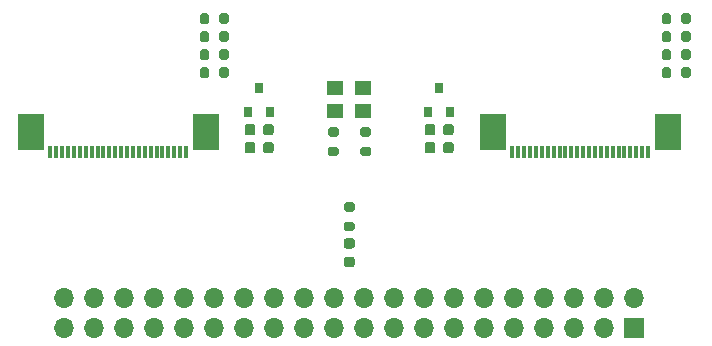
<source format=gbr>
%TF.GenerationSoftware,KiCad,Pcbnew,(5.1.8)-1*%
%TF.CreationDate,2020-12-05T14:41:01+08:00*%
%TF.ProjectId,DoubleCam,446f7562-6c65-4436-916d-2e6b69636164,rev?*%
%TF.SameCoordinates,Original*%
%TF.FileFunction,Soldermask,Top*%
%TF.FilePolarity,Negative*%
%FSLAX46Y46*%
G04 Gerber Fmt 4.6, Leading zero omitted, Abs format (unit mm)*
G04 Created by KiCad (PCBNEW (5.1.8)-1) date 2020-12-05 14:41:01*
%MOMM*%
%LPD*%
G01*
G04 APERTURE LIST*
%ADD10O,1.700000X1.700000*%
%ADD11R,1.700000X1.700000*%
%ADD12R,1.400000X1.200000*%
%ADD13R,0.800000X0.900000*%
%ADD14R,2.300000X3.100000*%
%ADD15R,0.300000X1.100000*%
G04 APERTURE END LIST*
D10*
%TO.C,J3*%
X140970000Y-92964000D03*
X140970000Y-95504000D03*
X143510000Y-92964000D03*
X143510000Y-95504000D03*
X146050000Y-92964000D03*
X146050000Y-95504000D03*
X148590000Y-92964000D03*
X148590000Y-95504000D03*
X151130000Y-92964000D03*
X151130000Y-95504000D03*
X153670000Y-92964000D03*
X153670000Y-95504000D03*
X156210000Y-92964000D03*
X156210000Y-95504000D03*
X158750000Y-92964000D03*
X158750000Y-95504000D03*
X161290000Y-92964000D03*
X161290000Y-95504000D03*
X163830000Y-92964000D03*
X163830000Y-95504000D03*
X166370000Y-92964000D03*
X166370000Y-95504000D03*
X168910000Y-92964000D03*
X168910000Y-95504000D03*
X171450000Y-92964000D03*
X171450000Y-95504000D03*
X173990000Y-92964000D03*
X173990000Y-95504000D03*
X176530000Y-92964000D03*
X176530000Y-95504000D03*
X179070000Y-92964000D03*
X179070000Y-95504000D03*
X181610000Y-92964000D03*
X181610000Y-95504000D03*
X184150000Y-92964000D03*
X184150000Y-95504000D03*
X186690000Y-92964000D03*
X186690000Y-95504000D03*
X189230000Y-92964000D03*
D11*
X189230000Y-95504000D03*
%TD*%
%TO.C,C4*%
G36*
G01*
X172395000Y-78490000D02*
X172395000Y-78990000D01*
G75*
G02*
X172170000Y-79215000I-225000J0D01*
G01*
X171720000Y-79215000D01*
G75*
G02*
X171495000Y-78990000I0J225000D01*
G01*
X171495000Y-78490000D01*
G75*
G02*
X171720000Y-78265000I225000J0D01*
G01*
X172170000Y-78265000D01*
G75*
G02*
X172395000Y-78490000I0J-225000D01*
G01*
G37*
G36*
G01*
X173945000Y-78490000D02*
X173945000Y-78990000D01*
G75*
G02*
X173720000Y-79215000I-225000J0D01*
G01*
X173270000Y-79215000D01*
G75*
G02*
X173045000Y-78990000I0J225000D01*
G01*
X173045000Y-78490000D01*
G75*
G02*
X173270000Y-78265000I225000J0D01*
G01*
X173720000Y-78265000D01*
G75*
G02*
X173945000Y-78490000I0J-225000D01*
G01*
G37*
%TD*%
%TO.C,C3*%
G36*
G01*
X172395000Y-80014000D02*
X172395000Y-80514000D01*
G75*
G02*
X172170000Y-80739000I-225000J0D01*
G01*
X171720000Y-80739000D01*
G75*
G02*
X171495000Y-80514000I0J225000D01*
G01*
X171495000Y-80014000D01*
G75*
G02*
X171720000Y-79789000I225000J0D01*
G01*
X172170000Y-79789000D01*
G75*
G02*
X172395000Y-80014000I0J-225000D01*
G01*
G37*
G36*
G01*
X173945000Y-80014000D02*
X173945000Y-80514000D01*
G75*
G02*
X173720000Y-80739000I-225000J0D01*
G01*
X173270000Y-80739000D01*
G75*
G02*
X173045000Y-80514000I0J225000D01*
G01*
X173045000Y-80014000D01*
G75*
G02*
X173270000Y-79789000I225000J0D01*
G01*
X173720000Y-79789000D01*
G75*
G02*
X173945000Y-80014000I0J-225000D01*
G01*
G37*
%TD*%
%TO.C,C2*%
G36*
G01*
X157155000Y-78490000D02*
X157155000Y-78990000D01*
G75*
G02*
X156930000Y-79215000I-225000J0D01*
G01*
X156480000Y-79215000D01*
G75*
G02*
X156255000Y-78990000I0J225000D01*
G01*
X156255000Y-78490000D01*
G75*
G02*
X156480000Y-78265000I225000J0D01*
G01*
X156930000Y-78265000D01*
G75*
G02*
X157155000Y-78490000I0J-225000D01*
G01*
G37*
G36*
G01*
X158705000Y-78490000D02*
X158705000Y-78990000D01*
G75*
G02*
X158480000Y-79215000I-225000J0D01*
G01*
X158030000Y-79215000D01*
G75*
G02*
X157805000Y-78990000I0J225000D01*
G01*
X157805000Y-78490000D01*
G75*
G02*
X158030000Y-78265000I225000J0D01*
G01*
X158480000Y-78265000D01*
G75*
G02*
X158705000Y-78490000I0J-225000D01*
G01*
G37*
%TD*%
%TO.C,C1*%
G36*
G01*
X157155000Y-80014000D02*
X157155000Y-80514000D01*
G75*
G02*
X156930000Y-80739000I-225000J0D01*
G01*
X156480000Y-80739000D01*
G75*
G02*
X156255000Y-80514000I0J225000D01*
G01*
X156255000Y-80014000D01*
G75*
G02*
X156480000Y-79789000I225000J0D01*
G01*
X156930000Y-79789000D01*
G75*
G02*
X157155000Y-80014000I0J-225000D01*
G01*
G37*
G36*
G01*
X158705000Y-80014000D02*
X158705000Y-80514000D01*
G75*
G02*
X158480000Y-80739000I-225000J0D01*
G01*
X158030000Y-80739000D01*
G75*
G02*
X157805000Y-80514000I0J225000D01*
G01*
X157805000Y-80014000D01*
G75*
G02*
X158030000Y-79789000I225000J0D01*
G01*
X158480000Y-79789000D01*
G75*
G02*
X158705000Y-80014000I0J-225000D01*
G01*
G37*
%TD*%
D12*
%TO.C,X1*%
X166300000Y-77150000D03*
X163900000Y-77150000D03*
X163900000Y-75250000D03*
X166300000Y-75250000D03*
%TD*%
D13*
%TO.C,U2*%
X172720000Y-75200000D03*
X173670000Y-77200000D03*
X171770000Y-77200000D03*
%TD*%
%TO.C,R11*%
G36*
G01*
X164025000Y-79325000D02*
X163475000Y-79325000D01*
G75*
G02*
X163275000Y-79125000I0J200000D01*
G01*
X163275000Y-78725000D01*
G75*
G02*
X163475000Y-78525000I200000J0D01*
G01*
X164025000Y-78525000D01*
G75*
G02*
X164225000Y-78725000I0J-200000D01*
G01*
X164225000Y-79125000D01*
G75*
G02*
X164025000Y-79325000I-200000J0D01*
G01*
G37*
G36*
G01*
X164025000Y-80975000D02*
X163475000Y-80975000D01*
G75*
G02*
X163275000Y-80775000I0J200000D01*
G01*
X163275000Y-80375000D01*
G75*
G02*
X163475000Y-80175000I200000J0D01*
G01*
X164025000Y-80175000D01*
G75*
G02*
X164225000Y-80375000I0J-200000D01*
G01*
X164225000Y-80775000D01*
G75*
G02*
X164025000Y-80975000I-200000J0D01*
G01*
G37*
%TD*%
%TO.C,R10*%
G36*
G01*
X166775000Y-79331000D02*
X166225000Y-79331000D01*
G75*
G02*
X166025000Y-79131000I0J200000D01*
G01*
X166025000Y-78731000D01*
G75*
G02*
X166225000Y-78531000I200000J0D01*
G01*
X166775000Y-78531000D01*
G75*
G02*
X166975000Y-78731000I0J-200000D01*
G01*
X166975000Y-79131000D01*
G75*
G02*
X166775000Y-79331000I-200000J0D01*
G01*
G37*
G36*
G01*
X166775000Y-80981000D02*
X166225000Y-80981000D01*
G75*
G02*
X166025000Y-80781000I0J200000D01*
G01*
X166025000Y-80381000D01*
G75*
G02*
X166225000Y-80181000I200000J0D01*
G01*
X166775000Y-80181000D01*
G75*
G02*
X166975000Y-80381000I0J-200000D01*
G01*
X166975000Y-80781000D01*
G75*
G02*
X166775000Y-80981000I-200000J0D01*
G01*
G37*
%TD*%
%TO.C,R9*%
G36*
G01*
X164825000Y-86531000D02*
X165375000Y-86531000D01*
G75*
G02*
X165575000Y-86731000I0J-200000D01*
G01*
X165575000Y-87131000D01*
G75*
G02*
X165375000Y-87331000I-200000J0D01*
G01*
X164825000Y-87331000D01*
G75*
G02*
X164625000Y-87131000I0J200000D01*
G01*
X164625000Y-86731000D01*
G75*
G02*
X164825000Y-86531000I200000J0D01*
G01*
G37*
G36*
G01*
X164825000Y-84881000D02*
X165375000Y-84881000D01*
G75*
G02*
X165575000Y-85081000I0J-200000D01*
G01*
X165575000Y-85481000D01*
G75*
G02*
X165375000Y-85681000I-200000J0D01*
G01*
X164825000Y-85681000D01*
G75*
G02*
X164625000Y-85481000I0J200000D01*
G01*
X164625000Y-85081000D01*
G75*
G02*
X164825000Y-84881000I200000J0D01*
G01*
G37*
%TD*%
%TO.C,R8*%
G36*
G01*
X154095000Y-69617000D02*
X154095000Y-69067000D01*
G75*
G02*
X154295000Y-68867000I200000J0D01*
G01*
X154695000Y-68867000D01*
G75*
G02*
X154895000Y-69067000I0J-200000D01*
G01*
X154895000Y-69617000D01*
G75*
G02*
X154695000Y-69817000I-200000J0D01*
G01*
X154295000Y-69817000D01*
G75*
G02*
X154095000Y-69617000I0J200000D01*
G01*
G37*
G36*
G01*
X152445000Y-69617000D02*
X152445000Y-69067000D01*
G75*
G02*
X152645000Y-68867000I200000J0D01*
G01*
X153045000Y-68867000D01*
G75*
G02*
X153245000Y-69067000I0J-200000D01*
G01*
X153245000Y-69617000D01*
G75*
G02*
X153045000Y-69817000I-200000J0D01*
G01*
X152645000Y-69817000D01*
G75*
G02*
X152445000Y-69617000I0J200000D01*
G01*
G37*
%TD*%
%TO.C,R7*%
G36*
G01*
X153245000Y-70591000D02*
X153245000Y-71141000D01*
G75*
G02*
X153045000Y-71341000I-200000J0D01*
G01*
X152645000Y-71341000D01*
G75*
G02*
X152445000Y-71141000I0J200000D01*
G01*
X152445000Y-70591000D01*
G75*
G02*
X152645000Y-70391000I200000J0D01*
G01*
X153045000Y-70391000D01*
G75*
G02*
X153245000Y-70591000I0J-200000D01*
G01*
G37*
G36*
G01*
X154895000Y-70591000D02*
X154895000Y-71141000D01*
G75*
G02*
X154695000Y-71341000I-200000J0D01*
G01*
X154295000Y-71341000D01*
G75*
G02*
X154095000Y-71141000I0J200000D01*
G01*
X154095000Y-70591000D01*
G75*
G02*
X154295000Y-70391000I200000J0D01*
G01*
X154695000Y-70391000D01*
G75*
G02*
X154895000Y-70591000I0J-200000D01*
G01*
G37*
%TD*%
%TO.C,R6*%
G36*
G01*
X153245000Y-72115000D02*
X153245000Y-72665000D01*
G75*
G02*
X153045000Y-72865000I-200000J0D01*
G01*
X152645000Y-72865000D01*
G75*
G02*
X152445000Y-72665000I0J200000D01*
G01*
X152445000Y-72115000D01*
G75*
G02*
X152645000Y-71915000I200000J0D01*
G01*
X153045000Y-71915000D01*
G75*
G02*
X153245000Y-72115000I0J-200000D01*
G01*
G37*
G36*
G01*
X154895000Y-72115000D02*
X154895000Y-72665000D01*
G75*
G02*
X154695000Y-72865000I-200000J0D01*
G01*
X154295000Y-72865000D01*
G75*
G02*
X154095000Y-72665000I0J200000D01*
G01*
X154095000Y-72115000D01*
G75*
G02*
X154295000Y-71915000I200000J0D01*
G01*
X154695000Y-71915000D01*
G75*
G02*
X154895000Y-72115000I0J-200000D01*
G01*
G37*
%TD*%
%TO.C,R5*%
G36*
G01*
X153245000Y-73639000D02*
X153245000Y-74189000D01*
G75*
G02*
X153045000Y-74389000I-200000J0D01*
G01*
X152645000Y-74389000D01*
G75*
G02*
X152445000Y-74189000I0J200000D01*
G01*
X152445000Y-73639000D01*
G75*
G02*
X152645000Y-73439000I200000J0D01*
G01*
X153045000Y-73439000D01*
G75*
G02*
X153245000Y-73639000I0J-200000D01*
G01*
G37*
G36*
G01*
X154895000Y-73639000D02*
X154895000Y-74189000D01*
G75*
G02*
X154695000Y-74389000I-200000J0D01*
G01*
X154295000Y-74389000D01*
G75*
G02*
X154095000Y-74189000I0J200000D01*
G01*
X154095000Y-73639000D01*
G75*
G02*
X154295000Y-73439000I200000J0D01*
G01*
X154695000Y-73439000D01*
G75*
G02*
X154895000Y-73639000I0J-200000D01*
G01*
G37*
%TD*%
%TO.C,R4*%
G36*
G01*
X193211000Y-69617000D02*
X193211000Y-69067000D01*
G75*
G02*
X193411000Y-68867000I200000J0D01*
G01*
X193811000Y-68867000D01*
G75*
G02*
X194011000Y-69067000I0J-200000D01*
G01*
X194011000Y-69617000D01*
G75*
G02*
X193811000Y-69817000I-200000J0D01*
G01*
X193411000Y-69817000D01*
G75*
G02*
X193211000Y-69617000I0J200000D01*
G01*
G37*
G36*
G01*
X191561000Y-69617000D02*
X191561000Y-69067000D01*
G75*
G02*
X191761000Y-68867000I200000J0D01*
G01*
X192161000Y-68867000D01*
G75*
G02*
X192361000Y-69067000I0J-200000D01*
G01*
X192361000Y-69617000D01*
G75*
G02*
X192161000Y-69817000I-200000J0D01*
G01*
X191761000Y-69817000D01*
G75*
G02*
X191561000Y-69617000I0J200000D01*
G01*
G37*
%TD*%
%TO.C,R3*%
G36*
G01*
X192361000Y-70591000D02*
X192361000Y-71141000D01*
G75*
G02*
X192161000Y-71341000I-200000J0D01*
G01*
X191761000Y-71341000D01*
G75*
G02*
X191561000Y-71141000I0J200000D01*
G01*
X191561000Y-70591000D01*
G75*
G02*
X191761000Y-70391000I200000J0D01*
G01*
X192161000Y-70391000D01*
G75*
G02*
X192361000Y-70591000I0J-200000D01*
G01*
G37*
G36*
G01*
X194011000Y-70591000D02*
X194011000Y-71141000D01*
G75*
G02*
X193811000Y-71341000I-200000J0D01*
G01*
X193411000Y-71341000D01*
G75*
G02*
X193211000Y-71141000I0J200000D01*
G01*
X193211000Y-70591000D01*
G75*
G02*
X193411000Y-70391000I200000J0D01*
G01*
X193811000Y-70391000D01*
G75*
G02*
X194011000Y-70591000I0J-200000D01*
G01*
G37*
%TD*%
%TO.C,R2*%
G36*
G01*
X192361000Y-72115000D02*
X192361000Y-72665000D01*
G75*
G02*
X192161000Y-72865000I-200000J0D01*
G01*
X191761000Y-72865000D01*
G75*
G02*
X191561000Y-72665000I0J200000D01*
G01*
X191561000Y-72115000D01*
G75*
G02*
X191761000Y-71915000I200000J0D01*
G01*
X192161000Y-71915000D01*
G75*
G02*
X192361000Y-72115000I0J-200000D01*
G01*
G37*
G36*
G01*
X194011000Y-72115000D02*
X194011000Y-72665000D01*
G75*
G02*
X193811000Y-72865000I-200000J0D01*
G01*
X193411000Y-72865000D01*
G75*
G02*
X193211000Y-72665000I0J200000D01*
G01*
X193211000Y-72115000D01*
G75*
G02*
X193411000Y-71915000I200000J0D01*
G01*
X193811000Y-71915000D01*
G75*
G02*
X194011000Y-72115000I0J-200000D01*
G01*
G37*
%TD*%
%TO.C,R1*%
G36*
G01*
X192361000Y-73639000D02*
X192361000Y-74189000D01*
G75*
G02*
X192161000Y-74389000I-200000J0D01*
G01*
X191761000Y-74389000D01*
G75*
G02*
X191561000Y-74189000I0J200000D01*
G01*
X191561000Y-73639000D01*
G75*
G02*
X191761000Y-73439000I200000J0D01*
G01*
X192161000Y-73439000D01*
G75*
G02*
X192361000Y-73639000I0J-200000D01*
G01*
G37*
G36*
G01*
X194011000Y-73639000D02*
X194011000Y-74189000D01*
G75*
G02*
X193811000Y-74389000I-200000J0D01*
G01*
X193411000Y-74389000D01*
G75*
G02*
X193211000Y-74189000I0J200000D01*
G01*
X193211000Y-73639000D01*
G75*
G02*
X193411000Y-73439000I200000J0D01*
G01*
X193811000Y-73439000D01*
G75*
G02*
X194011000Y-73639000I0J-200000D01*
G01*
G37*
%TD*%
D14*
%TO.C,J2*%
X138122000Y-78898000D03*
X152962000Y-78898000D03*
D15*
X139792000Y-80598000D03*
X140292000Y-80598000D03*
X140792000Y-80598000D03*
X141292000Y-80598000D03*
X141792000Y-80598000D03*
X142292000Y-80598000D03*
X142792000Y-80598000D03*
X143292000Y-80598000D03*
X143792000Y-80598000D03*
X144292000Y-80598000D03*
X144792000Y-80598000D03*
X145292000Y-80598000D03*
X145792000Y-80598000D03*
X146292000Y-80598000D03*
X146792000Y-80598000D03*
X147292000Y-80598000D03*
X147792000Y-80598000D03*
X148292000Y-80598000D03*
X148792000Y-80598000D03*
X149292000Y-80598000D03*
X149792000Y-80598000D03*
X150292000Y-80598000D03*
X150792000Y-80598000D03*
X151292000Y-80598000D03*
%TD*%
D14*
%TO.C,J1*%
X177238000Y-78898000D03*
X192078000Y-78898000D03*
D15*
X178908000Y-80598000D03*
X179408000Y-80598000D03*
X179908000Y-80598000D03*
X180408000Y-80598000D03*
X180908000Y-80598000D03*
X181408000Y-80598000D03*
X181908000Y-80598000D03*
X182408000Y-80598000D03*
X182908000Y-80598000D03*
X183408000Y-80598000D03*
X183908000Y-80598000D03*
X184408000Y-80598000D03*
X184908000Y-80598000D03*
X185408000Y-80598000D03*
X185908000Y-80598000D03*
X186408000Y-80598000D03*
X186908000Y-80598000D03*
X187408000Y-80598000D03*
X187908000Y-80598000D03*
X188408000Y-80598000D03*
X188908000Y-80598000D03*
X189408000Y-80598000D03*
X189908000Y-80598000D03*
X190408000Y-80598000D03*
%TD*%
%TO.C,D1*%
G36*
G01*
X165356250Y-88804000D02*
X164843750Y-88804000D01*
G75*
G02*
X164625000Y-88585250I0J218750D01*
G01*
X164625000Y-88147750D01*
G75*
G02*
X164843750Y-87929000I218750J0D01*
G01*
X165356250Y-87929000D01*
G75*
G02*
X165575000Y-88147750I0J-218750D01*
G01*
X165575000Y-88585250D01*
G75*
G02*
X165356250Y-88804000I-218750J0D01*
G01*
G37*
G36*
G01*
X165356250Y-90379000D02*
X164843750Y-90379000D01*
G75*
G02*
X164625000Y-90160250I0J218750D01*
G01*
X164625000Y-89722750D01*
G75*
G02*
X164843750Y-89504000I218750J0D01*
G01*
X165356250Y-89504000D01*
G75*
G02*
X165575000Y-89722750I0J-218750D01*
G01*
X165575000Y-90160250D01*
G75*
G02*
X165356250Y-90379000I-218750J0D01*
G01*
G37*
%TD*%
D13*
%TO.C,U1*%
X157480000Y-75200000D03*
X158430000Y-77200000D03*
X156530000Y-77200000D03*
%TD*%
M02*

</source>
